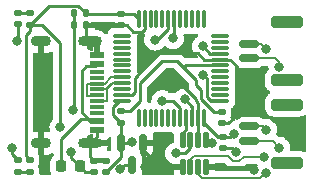
<source format=gbr>
%TF.GenerationSoftware,KiCad,Pcbnew,(6.0.9)*%
%TF.CreationDate,2022-11-10T16:14:41+08:00*%
%TF.ProjectId,usb2can_pcb,75736232-6361-46e5-9f70-63622e6b6963,rev?*%
%TF.SameCoordinates,Original*%
%TF.FileFunction,Copper,L1,Top*%
%TF.FilePolarity,Positive*%
%FSLAX46Y46*%
G04 Gerber Fmt 4.6, Leading zero omitted, Abs format (unit mm)*
G04 Created by KiCad (PCBNEW (6.0.9)) date 2022-11-10 16:14:41*
%MOMM*%
%LPD*%
G01*
G04 APERTURE LIST*
G04 Aperture macros list*
%AMRoundRect*
0 Rectangle with rounded corners*
0 $1 Rounding radius*
0 $2 $3 $4 $5 $6 $7 $8 $9 X,Y pos of 4 corners*
0 Add a 4 corners polygon primitive as box body*
4,1,4,$2,$3,$4,$5,$6,$7,$8,$9,$2,$3,0*
0 Add four circle primitives for the rounded corners*
1,1,$1+$1,$2,$3*
1,1,$1+$1,$4,$5*
1,1,$1+$1,$6,$7*
1,1,$1+$1,$8,$9*
0 Add four rect primitives between the rounded corners*
20,1,$1+$1,$2,$3,$4,$5,0*
20,1,$1+$1,$4,$5,$6,$7,0*
20,1,$1+$1,$6,$7,$8,$9,0*
20,1,$1+$1,$8,$9,$2,$3,0*%
G04 Aperture macros list end*
%TA.AperFunction,SMDPad,CuDef*%
%ADD10RoundRect,0.135000X-0.135000X-0.185000X0.135000X-0.185000X0.135000X0.185000X-0.135000X0.185000X0*%
%TD*%
%TA.AperFunction,SMDPad,CuDef*%
%ADD11RoundRect,0.140000X0.170000X-0.140000X0.170000X0.140000X-0.170000X0.140000X-0.170000X-0.140000X0*%
%TD*%
%TA.AperFunction,SMDPad,CuDef*%
%ADD12R,1.160000X0.600000*%
%TD*%
%TA.AperFunction,SMDPad,CuDef*%
%ADD13R,1.160000X0.300000*%
%TD*%
%TA.AperFunction,ComponentPad*%
%ADD14O,2.000000X0.900000*%
%TD*%
%TA.AperFunction,ComponentPad*%
%ADD15O,1.700000X0.900000*%
%TD*%
%TA.AperFunction,SMDPad,CuDef*%
%ADD16RoundRect,0.150000X0.700000X-0.150000X0.700000X0.150000X-0.700000X0.150000X-0.700000X-0.150000X0*%
%TD*%
%TA.AperFunction,SMDPad,CuDef*%
%ADD17RoundRect,0.250000X1.100000X-0.250000X1.100000X0.250000X-1.100000X0.250000X-1.100000X-0.250000X0*%
%TD*%
%TA.AperFunction,SMDPad,CuDef*%
%ADD18RoundRect,0.075000X0.662500X0.075000X-0.662500X0.075000X-0.662500X-0.075000X0.662500X-0.075000X0*%
%TD*%
%TA.AperFunction,SMDPad,CuDef*%
%ADD19RoundRect,0.075000X0.075000X0.662500X-0.075000X0.662500X-0.075000X-0.662500X0.075000X-0.662500X0*%
%TD*%
%TA.AperFunction,SMDPad,CuDef*%
%ADD20RoundRect,0.218750X0.218750X0.256250X-0.218750X0.256250X-0.218750X-0.256250X0.218750X-0.256250X0*%
%TD*%
%TA.AperFunction,SMDPad,CuDef*%
%ADD21RoundRect,0.150000X-0.150000X0.587500X-0.150000X-0.587500X0.150000X-0.587500X0.150000X0.587500X0*%
%TD*%
%TA.AperFunction,SMDPad,CuDef*%
%ADD22RoundRect,0.140000X-0.170000X0.140000X-0.170000X-0.140000X0.170000X-0.140000X0.170000X0.140000X0*%
%TD*%
%TA.AperFunction,SMDPad,CuDef*%
%ADD23RoundRect,0.147500X-0.172500X0.147500X-0.172500X-0.147500X0.172500X-0.147500X0.172500X0.147500X0*%
%TD*%
%TA.AperFunction,SMDPad,CuDef*%
%ADD24RoundRect,0.147500X0.172500X-0.147500X0.172500X0.147500X-0.172500X0.147500X-0.172500X-0.147500X0*%
%TD*%
%TA.AperFunction,SMDPad,CuDef*%
%ADD25RoundRect,0.135000X0.185000X-0.135000X0.185000X0.135000X-0.185000X0.135000X-0.185000X-0.135000X0*%
%TD*%
%TA.AperFunction,SMDPad,CuDef*%
%ADD26RoundRect,0.125000X-0.125000X0.537500X-0.125000X-0.537500X0.125000X-0.537500X0.125000X0.537500X0*%
%TD*%
%TA.AperFunction,SMDPad,CuDef*%
%ADD27RoundRect,0.135000X0.135000X0.185000X-0.135000X0.185000X-0.135000X-0.185000X0.135000X-0.185000X0*%
%TD*%
%TA.AperFunction,SMDPad,CuDef*%
%ADD28RoundRect,0.135000X-0.185000X0.135000X-0.185000X-0.135000X0.185000X-0.135000X0.185000X0.135000X0*%
%TD*%
%TA.AperFunction,ViaPad*%
%ADD29C,0.800000*%
%TD*%
%TA.AperFunction,Conductor*%
%ADD30C,0.250000*%
%TD*%
%TA.AperFunction,Conductor*%
%ADD31C,0.200000*%
%TD*%
G04 APERTURE END LIST*
D10*
%TO.P,R3,1*%
%TO.N,/BOOT0*%
X45057600Y-54965600D03*
%TO.P,R3,2*%
%TO.N,GND*%
X46077600Y-54965600D03*
%TD*%
D11*
%TO.P,C3,1*%
%TO.N,+3.3V*%
X47752000Y-67434400D03*
%TO.P,C3,2*%
%TO.N,GND*%
X47752000Y-66474400D03*
%TD*%
D12*
%TO.P,J1,A1,GND*%
%TO.N,GND*%
X47010800Y-57506000D03*
%TO.P,J1,A4,VBUS*%
%TO.N,+5V*%
X47010800Y-58306000D03*
D13*
%TO.P,J1,A5,CC1*%
%TO.N,unconnected-(J1-PadA5)*%
X47010800Y-59456000D03*
%TO.P,J1,A6,D+*%
%TO.N,/USB_D+*%
X47010800Y-60456000D03*
%TO.P,J1,A7,D-*%
%TO.N,/USB_D-*%
X47010800Y-60956000D03*
%TO.P,J1,A8,SBU1*%
%TO.N,unconnected-(J1-PadA8)*%
X47010800Y-61956000D03*
D12*
%TO.P,J1,A9,VBUS*%
%TO.N,+5V*%
X47010800Y-63106000D03*
%TO.P,J1,A12,GND*%
%TO.N,GND*%
X47010800Y-63906000D03*
%TO.P,J1,B1,GND*%
X47010800Y-63906000D03*
%TO.P,J1,B4,VBUS*%
%TO.N,+5V*%
X47010800Y-63106000D03*
D13*
%TO.P,J1,B5,CC2*%
%TO.N,unconnected-(J1-PadB5)*%
X47010800Y-62456000D03*
%TO.P,J1,B6,D+*%
%TO.N,/USB_D+*%
X47010800Y-61456000D03*
%TO.P,J1,B7,D-*%
%TO.N,/USB_D-*%
X47010800Y-59956000D03*
%TO.P,J1,B8,SBU2*%
%TO.N,unconnected-(J1-PadB8)*%
X47010800Y-58956000D03*
D12*
%TO.P,J1,B9,VBUS*%
%TO.N,+5V*%
X47010800Y-58306000D03*
%TO.P,J1,B12,GND*%
%TO.N,GND*%
X47010800Y-57506000D03*
D14*
%TO.P,J1,S1,SHIELD*%
X46430800Y-56386000D03*
D15*
X42260800Y-65026000D03*
D14*
X46430800Y-65026000D03*
D15*
X42260800Y-56386000D03*
%TD*%
D16*
%TO.P,J2,1,Pin_1*%
%TO.N,/CAN-*%
X59872000Y-64836200D03*
%TO.P,J2,2,Pin_2*%
%TO.N,/CAN+*%
X59872000Y-63586200D03*
D17*
%TO.P,J2,MP*%
%TO.N,N/C*%
X63072000Y-66686200D03*
X63072000Y-61736200D03*
%TD*%
D18*
%TO.P,U2,1,VBAT*%
%TO.N,+3.3V*%
X57451700Y-61424000D03*
%TO.P,U2,2,PC13*%
%TO.N,unconnected-(U2-Pad2)*%
X57451700Y-60924000D03*
%TO.P,U2,3,PC14*%
%TO.N,unconnected-(U2-Pad3)*%
X57451700Y-60424000D03*
%TO.P,U2,4,PC15*%
%TO.N,unconnected-(U2-Pad4)*%
X57451700Y-59924000D03*
%TO.P,U2,5,PF0*%
%TO.N,unconnected-(U2-Pad5)*%
X57451700Y-59424000D03*
%TO.P,U2,6,PF1*%
%TO.N,unconnected-(U2-Pad6)*%
X57451700Y-58924000D03*
%TO.P,U2,7,NRST*%
%TO.N,/NRST*%
X57451700Y-58424000D03*
%TO.P,U2,8,VSSA*%
%TO.N,GND*%
X57451700Y-57924000D03*
%TO.P,U2,9,VDDA*%
%TO.N,+3.3V*%
X57451700Y-57424000D03*
%TO.P,U2,10,PA0*%
%TO.N,unconnected-(U2-Pad10)*%
X57451700Y-56924000D03*
%TO.P,U2,11,PA1*%
%TO.N,unconnected-(U2-Pad11)*%
X57451700Y-56424000D03*
%TO.P,U2,12,PA2*%
%TO.N,unconnected-(U2-Pad12)*%
X57451700Y-55924000D03*
D19*
%TO.P,U2,13,PA3*%
%TO.N,unconnected-(U2-Pad13)*%
X56039200Y-54511500D03*
%TO.P,U2,14,PA4*%
%TO.N,unconnected-(U2-Pad14)*%
X55539200Y-54511500D03*
%TO.P,U2,15,PA5*%
%TO.N,unconnected-(U2-Pad15)*%
X55039200Y-54511500D03*
%TO.P,U2,16,PA6*%
%TO.N,unconnected-(U2-Pad16)*%
X54539200Y-54511500D03*
%TO.P,U2,17,PA7*%
%TO.N,unconnected-(U2-Pad17)*%
X54039200Y-54511500D03*
%TO.P,U2,18,PB0*%
%TO.N,/LEDRX*%
X53539200Y-54511500D03*
%TO.P,U2,19,PB1*%
%TO.N,/LEDTX*%
X53039200Y-54511500D03*
%TO.P,U2,20,PB2*%
%TO.N,unconnected-(U2-Pad20)*%
X52539200Y-54511500D03*
%TO.P,U2,21,PB10*%
%TO.N,unconnected-(U2-Pad21)*%
X52039200Y-54511500D03*
%TO.P,U2,22,PB11*%
%TO.N,unconnected-(U2-Pad22)*%
X51539200Y-54511500D03*
%TO.P,U2,23,VSS*%
%TO.N,GND*%
X51039200Y-54511500D03*
%TO.P,U2,24,VDD*%
%TO.N,+3.3V*%
X50539200Y-54511500D03*
D18*
%TO.P,U2,25,PB12*%
%TO.N,unconnected-(U2-Pad25)*%
X49126700Y-55924000D03*
%TO.P,U2,26,PB13*%
%TO.N,unconnected-(U2-Pad26)*%
X49126700Y-56424000D03*
%TO.P,U2,27,PB14*%
%TO.N,unconnected-(U2-Pad27)*%
X49126700Y-56924000D03*
%TO.P,U2,28,PB15*%
%TO.N,unconnected-(U2-Pad28)*%
X49126700Y-57424000D03*
%TO.P,U2,29,PA8*%
%TO.N,unconnected-(U2-Pad29)*%
X49126700Y-57924000D03*
%TO.P,U2,30,PA9*%
%TO.N,unconnected-(U2-Pad30)*%
X49126700Y-58424000D03*
%TO.P,U2,31,PA10*%
%TO.N,unconnected-(U2-Pad31)*%
X49126700Y-58924000D03*
%TO.P,U2,32,PA11*%
%TO.N,/USB_D-*%
X49126700Y-59424000D03*
%TO.P,U2,33,PA12*%
%TO.N,/USB_D+*%
X49126700Y-59924000D03*
%TO.P,U2,34,PA13*%
%TO.N,unconnected-(U2-Pad34)*%
X49126700Y-60424000D03*
%TO.P,U2,35,VSS*%
%TO.N,GND*%
X49126700Y-60924000D03*
%TO.P,U2,36,VDDIO2*%
%TO.N,+3.3V*%
X49126700Y-61424000D03*
D19*
%TO.P,U2,37,PA14*%
%TO.N,unconnected-(U2-Pad37)*%
X50539200Y-62836500D03*
%TO.P,U2,38,PA15*%
%TO.N,unconnected-(U2-Pad38)*%
X51039200Y-62836500D03*
%TO.P,U2,39,PB3*%
%TO.N,unconnected-(U2-Pad39)*%
X51539200Y-62836500D03*
%TO.P,U2,40,PB4*%
%TO.N,unconnected-(U2-Pad40)*%
X52039200Y-62836500D03*
%TO.P,U2,41,PB5*%
%TO.N,unconnected-(U2-Pad41)*%
X52539200Y-62836500D03*
%TO.P,U2,42,PB6*%
%TO.N,unconnected-(U2-Pad42)*%
X53039200Y-62836500D03*
%TO.P,U2,43,PB7*%
%TO.N,unconnected-(U2-Pad43)*%
X53539200Y-62836500D03*
%TO.P,U2,44,BOOT0*%
%TO.N,/BOOT0*%
X54039200Y-62836500D03*
%TO.P,U2,45,PB8*%
%TO.N,/CAN_RX*%
X54539200Y-62836500D03*
%TO.P,U2,46,PB9*%
%TO.N,/CAN_TX*%
X55039200Y-62836500D03*
%TO.P,U2,47,VSS*%
%TO.N,GND*%
X55539200Y-62836500D03*
%TO.P,U2,48,VDD*%
%TO.N,+3.3V*%
X56039200Y-62836500D03*
%TD*%
D20*
%TO.P,F1,1*%
%TO.N,Net-(C2-Pad2)*%
X45542300Y-66954400D03*
%TO.P,F1,2*%
%TO.N,+5V*%
X43967300Y-66954400D03*
%TD*%
D21*
%TO.P,U1,1,GND*%
%TO.N,GND*%
X50937200Y-64950100D03*
%TO.P,U1,2,VO*%
%TO.N,+3.3V*%
X49037200Y-64950100D03*
%TO.P,U1,3,VI*%
%TO.N,Net-(C2-Pad2)*%
X49987200Y-66825100D03*
%TD*%
D22*
%TO.P,C1,1*%
%TO.N,+3.3V*%
X49022000Y-54079200D03*
%TO.P,C1,2*%
%TO.N,GND*%
X49022000Y-55039200D03*
%TD*%
D16*
%TO.P,J3,1,Pin_1*%
%TO.N,/CAN-*%
X59872000Y-57825800D03*
%TO.P,J3,2,Pin_2*%
%TO.N,/CAN+*%
X59872000Y-56575800D03*
D17*
%TO.P,J3,MP*%
%TO.N,N/C*%
X63072000Y-54725800D03*
X63072000Y-59675800D03*
%TD*%
D22*
%TO.P,C5,1*%
%TO.N,+3.3V*%
X57708800Y-64493200D03*
%TO.P,C5,2*%
%TO.N,GND*%
X57708800Y-65453200D03*
%TD*%
D23*
%TO.P,D2,1,K*%
%TO.N,/LEDTX*%
X40335200Y-66469400D03*
%TO.P,D2,2,A*%
%TO.N,Net-(D2-Pad2)*%
X40335200Y-67439400D03*
%TD*%
D24*
%TO.P,D1,1,K*%
%TO.N,/LEDRX*%
X40335200Y-54942600D03*
%TO.P,D1,2,A*%
%TO.N,Net-(D1-Pad2)*%
X40335200Y-53972600D03*
%TD*%
D22*
%TO.P,C2,1*%
%TO.N,GND*%
X46786800Y-66474400D03*
%TO.P,C2,2*%
%TO.N,Net-(C2-Pad2)*%
X46786800Y-67434400D03*
%TD*%
D25*
%TO.P,R4,1*%
%TO.N,+3.3V*%
X41300400Y-54967600D03*
%TO.P,R4,2*%
%TO.N,Net-(D1-Pad2)*%
X41300400Y-53947600D03*
%TD*%
D26*
%TO.P,U3,1,TXD*%
%TO.N,/CAN_TX*%
X56194600Y-64750100D03*
%TO.P,U3,2,GND*%
%TO.N,GND*%
X55544600Y-64750100D03*
%TO.P,U3,3,VDD*%
%TO.N,+3.3V*%
X54894600Y-64750100D03*
%TO.P,U3,4,RXD*%
%TO.N,/CAN_RX*%
X54244600Y-64750100D03*
%TO.P,U3,5,SHDN*%
%TO.N,GND*%
X54244600Y-67025100D03*
%TO.P,U3,6,CANL*%
%TO.N,/CAN-*%
X54894600Y-67025100D03*
%TO.P,U3,7,CANH*%
%TO.N,/CAN+*%
X55544600Y-67025100D03*
%TO.P,U3,8,RS*%
%TO.N,GND*%
X56194600Y-67025100D03*
%TD*%
D27*
%TO.P,R1,1*%
%TO.N,+3.3V*%
X46077600Y-54000400D03*
%TO.P,R1,2*%
%TO.N,/BOOT0*%
X45057600Y-54000400D03*
%TD*%
D28*
%TO.P,R5,1*%
%TO.N,+3.3V*%
X41300400Y-66444400D03*
%TO.P,R5,2*%
%TO.N,Net-(D2-Pad2)*%
X41300400Y-67464400D03*
%TD*%
D22*
%TO.P,C4,1*%
%TO.N,/NRST*%
X57556400Y-62331600D03*
%TO.P,C4,2*%
%TO.N,GND*%
X57556400Y-63291600D03*
%TD*%
D25*
%TO.P,R2,1*%
%TO.N,+3.3V*%
X49022000Y-63298800D03*
%TO.P,R2,2*%
%TO.N,/NRST*%
X49022000Y-62278800D03*
%TD*%
D29*
%TO.N,+3.3V*%
X58586113Y-64203626D03*
X43891200Y-63652400D03*
X56013357Y-59232586D03*
X53696160Y-65875477D03*
X49987200Y-64922400D03*
X55958468Y-56787592D03*
%TO.N,GND*%
X58775600Y-65786000D03*
X54203600Y-60008100D03*
X60299600Y-67247500D03*
X51054000Y-67056000D03*
X58826400Y-62585600D03*
%TO.N,Net-(C2-Pad2)*%
X48990704Y-67227904D03*
X44805600Y-65786000D03*
%TO.N,/LEDRX*%
X53441600Y-56134000D03*
X40230356Y-56336124D03*
%TO.N,/LEDTX*%
X39827200Y-65379600D03*
X51917600Y-56248900D03*
%TO.N,/CAN+*%
X61315600Y-67513200D03*
X61315600Y-57048400D03*
X61315600Y-63855600D03*
%TO.N,/CAN-*%
X62433200Y-65379600D03*
X61174592Y-66143299D03*
X62433200Y-58572400D03*
%TO.N,/BOOT0*%
X44981300Y-62164927D03*
X52527200Y-61417200D03*
%TO.N,/CAN_TX*%
X54427901Y-61294499D03*
X56763469Y-65001667D03*
%TD*%
D30*
%TO.N,+3.3V*%
X56286400Y-59505629D02*
X56286400Y-61061885D01*
X49022000Y-54079200D02*
X46207200Y-54079200D01*
X57708800Y-64493200D02*
X58296539Y-64493200D01*
X42338416Y-54967600D02*
X43891200Y-56520384D01*
X41300400Y-54967600D02*
X42338416Y-54967600D01*
X42912600Y-53355400D02*
X45432600Y-53355400D01*
X49022000Y-64934900D02*
X49037200Y-64950100D01*
X57708800Y-64493200D02*
X57279600Y-64493200D01*
X49037200Y-66156809D02*
X49037200Y-64950100D01*
X40954856Y-55856172D02*
X40954856Y-66098856D01*
X49022000Y-54079200D02*
X50106900Y-54079200D01*
X54894600Y-65398996D02*
X54418119Y-65875477D01*
X56039200Y-63252800D02*
X56039200Y-62836500D01*
X57451700Y-57424000D02*
X56594876Y-57424000D01*
X48114609Y-67079400D02*
X49037200Y-66156809D01*
X57279600Y-64493200D02*
X56039200Y-63252800D01*
X41300400Y-54967600D02*
X41300400Y-55510628D01*
X41300400Y-54967600D02*
X42912600Y-53355400D01*
X50106900Y-54079200D02*
X50539200Y-54511500D01*
X49126700Y-61424000D02*
X48906262Y-61424000D01*
X45432600Y-53355400D02*
X46077600Y-54000400D01*
X56286400Y-61061885D02*
X56648515Y-61424000D01*
X48377000Y-62653800D02*
X49022000Y-63298800D01*
X56648515Y-61424000D02*
X57451700Y-61424000D01*
X49037200Y-64950100D02*
X49959500Y-64950100D01*
X48906262Y-61424000D02*
X48377000Y-61953262D01*
X43891200Y-56520384D02*
X43891200Y-63652400D01*
X56594876Y-57424000D02*
X55958468Y-56787592D01*
X58296539Y-64493200D02*
X58586113Y-64203626D01*
X56013357Y-59232586D02*
X56286400Y-59505629D01*
X40954856Y-66098856D02*
X41300400Y-66444400D01*
X49959500Y-64950100D02*
X49987200Y-64922400D01*
X41300400Y-55510628D02*
X40954856Y-55856172D01*
X54894600Y-64750100D02*
X54894600Y-65398996D01*
X48377000Y-61953262D02*
X48377000Y-62653800D01*
X46207200Y-54079200D02*
X46077600Y-53949600D01*
X47752000Y-67434400D02*
X48107000Y-67079400D01*
X48107000Y-67079400D02*
X48114609Y-67079400D01*
X54418119Y-65875477D02*
X53696160Y-65875477D01*
X49022000Y-63298800D02*
X49022000Y-64934900D01*
%TO.N,GND*%
X57561600Y-63296800D02*
X57556400Y-63291600D01*
X49929885Y-60924000D02*
X50189200Y-60664685D01*
X56194600Y-67025100D02*
X60077200Y-67025100D01*
X54203600Y-60008100D02*
X54203600Y-60045600D01*
X55386400Y-61228400D02*
X55386400Y-61434677D01*
X46430800Y-66118400D02*
X46786800Y-66474400D01*
X58442800Y-65453200D02*
X58775600Y-65786000D01*
X58279600Y-57924000D02*
X58826400Y-58470800D01*
X50937200Y-66939200D02*
X51054000Y-67056000D01*
X47752000Y-66474400D02*
X46786800Y-66474400D01*
X49126700Y-60924000D02*
X49929885Y-60924000D01*
X50937200Y-65590700D02*
X52371600Y-67025100D01*
X50937200Y-64950100D02*
X50937200Y-66939200D01*
X50779885Y-55574000D02*
X50087600Y-55574000D01*
X60077200Y-67025100D02*
X60299600Y-67247500D01*
X50189200Y-59488000D02*
X52273200Y-57404000D01*
X55549571Y-57404000D02*
X56069571Y-57924000D01*
X55386400Y-61434677D02*
X55539200Y-61587477D01*
X49552800Y-55039200D02*
X49022000Y-55039200D01*
X47010800Y-64446000D02*
X46430800Y-65026000D01*
X46077600Y-56032800D02*
X46430800Y-56386000D01*
X57708800Y-65453200D02*
X58442800Y-65453200D01*
X52371600Y-67025100D02*
X54244600Y-67025100D01*
X56069571Y-57924000D02*
X57451700Y-57924000D01*
X51039200Y-55314685D02*
X50779885Y-55574000D01*
X47010800Y-56966000D02*
X46430800Y-56386000D01*
X46430800Y-65026000D02*
X46430800Y-66118400D01*
X48897600Y-54914800D02*
X49022000Y-55039200D01*
X50087600Y-55574000D02*
X49552800Y-55039200D01*
X55539200Y-64744700D02*
X55544600Y-64750100D01*
X58115200Y-63296800D02*
X57561600Y-63296800D01*
X46077600Y-54965600D02*
X46077600Y-56032800D01*
X55539200Y-62836500D02*
X55539200Y-64744700D01*
X47010800Y-63906000D02*
X47010800Y-64446000D01*
X58826400Y-62585600D02*
X58115200Y-63296800D01*
X51039200Y-54511500D02*
X51039200Y-55314685D01*
X57451700Y-57924000D02*
X58279600Y-57924000D01*
X58826400Y-58470800D02*
X58826400Y-62585600D01*
X47010800Y-57506000D02*
X47010800Y-56966000D01*
X54203600Y-60045600D02*
X55386400Y-61228400D01*
X55539200Y-61587477D02*
X55539200Y-62836500D01*
X50189200Y-60664685D02*
X50189200Y-59488000D01*
X46077600Y-54914800D02*
X48897600Y-54914800D01*
X50937200Y-64950100D02*
X50937200Y-65590700D01*
X52273200Y-57404000D02*
X55549571Y-57404000D01*
%TO.N,Net-(C2-Pad2)*%
X44805600Y-65786000D02*
X44805600Y-66217700D01*
X49987200Y-66825100D02*
X49393508Y-66825100D01*
X45542300Y-66954400D02*
X46022300Y-67434400D01*
X44805600Y-66217700D02*
X45542300Y-66954400D01*
X49393508Y-66825100D02*
X48990704Y-67227904D01*
X46022300Y-67434400D02*
X46786800Y-67434400D01*
%TO.N,/NRST*%
X53797200Y-58013600D02*
X54406800Y-58623200D01*
X52527200Y-58013600D02*
X53797200Y-58013600D01*
X54504400Y-58424000D02*
X54406800Y-58521600D01*
X57451700Y-58424000D02*
X54504400Y-58424000D01*
X54406800Y-58521600D02*
X54406800Y-58623200D01*
X50639200Y-59901600D02*
X52527200Y-58013600D01*
X55836400Y-61248281D02*
X56919719Y-62331600D01*
X54406800Y-58623200D02*
X55397031Y-59613431D01*
X50639200Y-61425600D02*
X50639200Y-59901600D01*
X55836400Y-60510000D02*
X55836400Y-61248281D01*
X49022000Y-62278800D02*
X49786000Y-62278800D01*
X55397031Y-60070631D02*
X55836400Y-60510000D01*
X56919719Y-62331600D02*
X57556400Y-62331600D01*
X49786000Y-62278800D02*
X50639200Y-61425600D01*
X55397031Y-59613431D02*
X55397031Y-60070631D01*
%TO.N,/LEDRX*%
X40335200Y-56231280D02*
X40335200Y-54942600D01*
X53539200Y-56036400D02*
X53539200Y-54511500D01*
X40230356Y-56336124D02*
X40335200Y-56231280D01*
X53441600Y-56134000D02*
X53539200Y-56036400D01*
%TO.N,Net-(D1-Pad2)*%
X41275400Y-53972600D02*
X41300400Y-53947600D01*
X40335200Y-53972600D02*
X41275400Y-53972600D01*
%TO.N,/LEDTX*%
X53039200Y-55314685D02*
X52219885Y-56134000D01*
X51917600Y-56134000D02*
X51917600Y-56248900D01*
X39827200Y-65379600D02*
X39827200Y-65961400D01*
X53039200Y-54511500D02*
X53039200Y-55314685D01*
X39827200Y-65961400D02*
X40335200Y-66469400D01*
X52219885Y-56134000D02*
X51917600Y-56134000D01*
%TO.N,Net-(D2-Pad2)*%
X40360200Y-67464400D02*
X40335200Y-67439400D01*
X41300400Y-67464400D02*
X40360200Y-67464400D01*
%TO.N,+5V*%
X45705800Y-62345800D02*
X45705800Y-58881000D01*
X46230395Y-62920999D02*
X45671205Y-62920999D01*
X45705800Y-58881000D02*
X46105800Y-58481000D01*
X46835800Y-58481000D02*
X47010800Y-58306000D01*
X46105800Y-58481000D02*
X46835800Y-58481000D01*
X45705800Y-62396404D02*
X45705800Y-62345800D01*
X46415396Y-63106000D02*
X46230395Y-62920999D01*
X45671205Y-62920999D02*
X43967300Y-64624904D01*
X46415396Y-63106000D02*
X45705800Y-62396404D01*
X43967300Y-64624904D02*
X43967300Y-66954400D01*
X47010800Y-63106000D02*
X46415396Y-63106000D01*
D31*
%TO.N,/USB_D+*%
X47890800Y-61406000D02*
X47840800Y-61456000D01*
X49126700Y-59924000D02*
X48286886Y-59924000D01*
X47890800Y-60392070D02*
X47890800Y-61406000D01*
X47754886Y-60456000D02*
X47010800Y-60456000D01*
X49126700Y-59924000D02*
X48358870Y-59924000D01*
X48358870Y-59924000D02*
X47890800Y-60392070D01*
X48286886Y-59924000D02*
X47754886Y-60456000D01*
X47840800Y-61456000D02*
X47010800Y-61456000D01*
%TO.N,/USB_D-*%
X49126700Y-59424000D02*
X48221200Y-59424000D01*
X46130800Y-61006000D02*
X46960800Y-61006000D01*
X46960800Y-61006000D02*
X47010800Y-60956000D01*
X48221200Y-59424000D02*
X47689200Y-59956000D01*
X46130800Y-60006000D02*
X46130800Y-61006000D01*
X47689200Y-59956000D02*
X47010800Y-59956000D01*
X46180800Y-59956000D02*
X46130800Y-60006000D01*
X47010800Y-59956000D02*
X46180800Y-59956000D01*
%TO.N,/CAN+*%
X61315600Y-63855600D02*
X61046200Y-63586200D01*
X61046200Y-63586200D02*
X59872000Y-63586200D01*
X61315600Y-67513200D02*
X60841200Y-67987600D01*
X55544600Y-67638641D02*
X55544600Y-67025100D01*
X55893559Y-67987600D02*
X55544600Y-67638641D01*
X59887400Y-56591200D02*
X59872000Y-56575800D01*
X60841200Y-67987600D02*
X55893559Y-67987600D01*
X61315600Y-57048400D02*
X60858400Y-56591200D01*
X60858400Y-56591200D02*
X59887400Y-56591200D01*
%TO.N,/CAN-*%
X62433200Y-58166000D02*
X62093000Y-57825800D01*
X62433200Y-58572400D02*
X62433200Y-58166000D01*
X54894600Y-66411559D02*
X54894600Y-67025100D01*
X58075600Y-66062600D02*
X55243559Y-66062600D01*
X61889800Y-64836200D02*
X59872000Y-64836200D01*
X59065550Y-66486000D02*
X58485650Y-66486000D01*
X61174592Y-66143299D02*
X61172893Y-66141600D01*
X62093000Y-57825800D02*
X59872000Y-57825800D01*
X61172893Y-66141600D02*
X59409950Y-66141600D01*
X59409950Y-66141600D02*
X59065550Y-66486000D01*
X55243559Y-66062600D02*
X54894600Y-66411559D01*
X62433200Y-65379600D02*
X61889800Y-64836200D01*
X58485650Y-66486000D02*
X58075600Y-66075950D01*
X58075600Y-66075950D02*
X58075600Y-66062600D01*
D30*
%TO.N,/BOOT0*%
X45057600Y-54965600D02*
X45057600Y-62088627D01*
X45057600Y-62088627D02*
X44981300Y-62164927D01*
X52527200Y-61417200D02*
X53473085Y-61417200D01*
X54039200Y-61983315D02*
X54039200Y-62836500D01*
X45057600Y-53949600D02*
X45057600Y-54914800D01*
X53473085Y-61417200D02*
X54039200Y-61983315D01*
%TO.N,/CAN_RX*%
X54244600Y-64101204D02*
X54244600Y-64750100D01*
X54539200Y-62836500D02*
X54539200Y-63806604D01*
X54539200Y-63806604D02*
X54244600Y-64101204D01*
%TO.N,/CAN_TX*%
X55039200Y-62836500D02*
X55039200Y-61905798D01*
X55039200Y-61905798D02*
X54427901Y-61294499D01*
X56194600Y-64750100D02*
X56511902Y-64750100D01*
X56511902Y-64750100D02*
X56763469Y-65001667D01*
%TD*%
%TA.AperFunction,Conductor*%
%TO.N,GND*%
G36*
X53325883Y-64069325D02*
G01*
X53376546Y-64075995D01*
X53441474Y-64104717D01*
X53480565Y-64163983D01*
X53486100Y-64200917D01*
X53486101Y-64561724D01*
X53486101Y-64892699D01*
X53466099Y-64960820D01*
X53411350Y-65007806D01*
X53245438Y-65081674D01*
X53245436Y-65081675D01*
X53239408Y-65084359D01*
X53084907Y-65196611D01*
X53080486Y-65201521D01*
X53080485Y-65201522D01*
X53006730Y-65283436D01*
X52957120Y-65338533D01*
X52861633Y-65503921D01*
X52802618Y-65685549D01*
X52801928Y-65692110D01*
X52801928Y-65692112D01*
X52790915Y-65796894D01*
X52782656Y-65875477D01*
X52783346Y-65882042D01*
X52801635Y-66056049D01*
X52802618Y-66065405D01*
X52861633Y-66247033D01*
X52957120Y-66412421D01*
X52961538Y-66417328D01*
X52961539Y-66417329D01*
X52977896Y-66435495D01*
X53084907Y-66554343D01*
X53166647Y-66613731D01*
X53211190Y-66646093D01*
X53239408Y-66666595D01*
X53245436Y-66669279D01*
X53245438Y-66669280D01*
X53332419Y-66708006D01*
X53413872Y-66744271D01*
X53441295Y-66750100D01*
X53441653Y-66750176D01*
X53485213Y-66771851D01*
X53500148Y-66775100D01*
X53545665Y-66775100D01*
X53571862Y-66777853D01*
X53594216Y-66782605D01*
X53594221Y-66782605D01*
X53600673Y-66783977D01*
X53791647Y-66783977D01*
X53798099Y-66782605D01*
X53798104Y-66782605D01*
X53820458Y-66777853D01*
X53846655Y-66775100D01*
X54010100Y-66775100D01*
X54078221Y-66795102D01*
X54124714Y-66848758D01*
X54136100Y-66901099D01*
X54136100Y-67149101D01*
X54116099Y-67217220D01*
X54062444Y-67263713D01*
X54010101Y-67275100D01*
X53504716Y-67275100D01*
X53489477Y-67279575D01*
X53488272Y-67280965D01*
X53486601Y-67288648D01*
X53486601Y-67595006D01*
X53466599Y-67663127D01*
X53412943Y-67709620D01*
X53360601Y-67721006D01*
X50901144Y-67721006D01*
X50833023Y-67701004D01*
X50786530Y-67647348D01*
X50776426Y-67577074D01*
X50780147Y-67559854D01*
X50790967Y-67522611D01*
X50790968Y-67522607D01*
X50792762Y-67516431D01*
X50795700Y-67479102D01*
X50795700Y-66174478D01*
X51191200Y-66174478D01*
X51195173Y-66188009D01*
X51203071Y-66189144D01*
X51342990Y-66148493D01*
X51357421Y-66142248D01*
X51486878Y-66065689D01*
X51499304Y-66056049D01*
X51605649Y-65949704D01*
X51615289Y-65937278D01*
X51691848Y-65807821D01*
X51698093Y-65793390D01*
X51740469Y-65647535D01*
X51742770Y-65634933D01*
X51745007Y-65606516D01*
X51745200Y-65601586D01*
X51745200Y-65222215D01*
X51740725Y-65206976D01*
X51739335Y-65205771D01*
X51731652Y-65204100D01*
X51209315Y-65204100D01*
X51194076Y-65208575D01*
X51192871Y-65209965D01*
X51191200Y-65217648D01*
X51191200Y-66174478D01*
X50795700Y-66174478D01*
X50795700Y-66171098D01*
X50793921Y-66148493D01*
X50793267Y-66140179D01*
X50793266Y-66140174D01*
X50792762Y-66133769D01*
X50746345Y-65973999D01*
X50700747Y-65896897D01*
X50683200Y-65832758D01*
X50683200Y-65555511D01*
X50703202Y-65487390D01*
X50715558Y-65471208D01*
X50726240Y-65459344D01*
X50821727Y-65293956D01*
X50880742Y-65112328D01*
X50900704Y-64922400D01*
X50891546Y-64835269D01*
X50904318Y-64765433D01*
X50952820Y-64713586D01*
X51016856Y-64696100D01*
X51727084Y-64696100D01*
X51742323Y-64691625D01*
X51743528Y-64690235D01*
X51745199Y-64682552D01*
X51745199Y-64298617D01*
X51745005Y-64293680D01*
X51742770Y-64265264D01*
X51740470Y-64252669D01*
X51735510Y-64235598D01*
X51735712Y-64164602D01*
X51774266Y-64104985D01*
X51838930Y-64075676D01*
X51872953Y-64075522D01*
X51921869Y-64081962D01*
X51921870Y-64081962D01*
X51925956Y-64082500D01*
X52152444Y-64082500D01*
X52156530Y-64081962D01*
X52156531Y-64081962D01*
X52266524Y-64067481D01*
X52266727Y-64069026D01*
X52311673Y-64069026D01*
X52311876Y-64067481D01*
X52421869Y-64081962D01*
X52421870Y-64081962D01*
X52425956Y-64082500D01*
X52652444Y-64082500D01*
X52656530Y-64081962D01*
X52656531Y-64081962D01*
X52766524Y-64067481D01*
X52766727Y-64069026D01*
X52811673Y-64069026D01*
X52811876Y-64067481D01*
X52921869Y-64081962D01*
X52921870Y-64081962D01*
X52925956Y-64082500D01*
X53152444Y-64082500D01*
X53156530Y-64081962D01*
X53156531Y-64081962D01*
X53266524Y-64067481D01*
X53266727Y-64069026D01*
X53311673Y-64069026D01*
X53311876Y-64067481D01*
X53325883Y-64069325D01*
G37*
%TD.AperFunction*%
%TA.AperFunction,Conductor*%
G36*
X42456921Y-56152002D02*
G01*
X42503414Y-56205658D01*
X42514800Y-56258000D01*
X42514800Y-57325885D01*
X42519275Y-57341124D01*
X42520665Y-57342329D01*
X42528348Y-57344000D01*
X42706247Y-57344000D01*
X42712622Y-57343677D01*
X42848077Y-57329918D01*
X42860517Y-57327364D01*
X43034044Y-57272984D01*
X43045729Y-57267976D01*
X43070615Y-57254182D01*
X43139892Y-57238652D01*
X43206568Y-57263040D01*
X43249474Y-57319605D01*
X43257700Y-57364385D01*
X43257700Y-62949876D01*
X43237698Y-63017997D01*
X43225342Y-63034179D01*
X43152160Y-63115456D01*
X43056673Y-63280844D01*
X42997658Y-63462472D01*
X42977696Y-63652400D01*
X42978386Y-63658965D01*
X42992502Y-63793268D01*
X42997658Y-63842328D01*
X43006062Y-63868192D01*
X43026472Y-63931009D01*
X43028499Y-64001977D01*
X42991837Y-64062775D01*
X42928125Y-64094100D01*
X42880872Y-64093282D01*
X42766200Y-64069325D01*
X42756648Y-64068085D01*
X42753416Y-64068000D01*
X42532915Y-64068000D01*
X42517676Y-64072475D01*
X42516471Y-64073865D01*
X42514800Y-64081548D01*
X42514800Y-65965885D01*
X42519275Y-65981124D01*
X42520665Y-65982329D01*
X42528348Y-65984000D01*
X42706247Y-65984000D01*
X42712622Y-65983677D01*
X42848077Y-65969918D01*
X42860517Y-65967364D01*
X43034044Y-65912984D01*
X43045727Y-65907977D01*
X43146713Y-65851999D01*
X43215990Y-65836467D01*
X43282667Y-65860855D01*
X43325574Y-65917420D01*
X43333800Y-65962201D01*
X43333800Y-66032753D01*
X43313798Y-66100874D01*
X43293120Y-66123706D01*
X43293745Y-66124329D01*
X43173936Y-66244347D01*
X43170096Y-66250577D01*
X43170095Y-66250578D01*
X43153020Y-66278279D01*
X43084951Y-66388708D01*
X43031562Y-66549669D01*
X43021300Y-66649828D01*
X43021300Y-67258972D01*
X43031822Y-67360382D01*
X43085492Y-67521249D01*
X43089340Y-67527467D01*
X43089344Y-67527476D01*
X43090102Y-67528700D01*
X43090364Y-67529653D01*
X43092450Y-67534106D01*
X43091688Y-67534463D01*
X43108942Y-67597151D01*
X43087783Y-67664921D01*
X43033343Y-67710494D01*
X42982960Y-67721006D01*
X42254900Y-67721006D01*
X42186779Y-67701004D01*
X42140286Y-67647348D01*
X42128900Y-67595006D01*
X42128899Y-67266884D01*
X42128899Y-67264412D01*
X42126029Y-67227934D01*
X42080669Y-67071804D01*
X42076633Y-67064979D01*
X42076631Y-67064975D01*
X42049169Y-67018539D01*
X42031709Y-66949723D01*
X42049169Y-66890261D01*
X42076631Y-66843825D01*
X42076633Y-66843821D01*
X42080669Y-66836996D01*
X42096073Y-66783977D01*
X42124234Y-66687044D01*
X42126029Y-66680866D01*
X42126564Y-66674080D01*
X42128707Y-66646844D01*
X42128707Y-66646838D01*
X42128900Y-66644389D01*
X42128899Y-66244412D01*
X42126029Y-66207934D01*
X42094538Y-66099542D01*
X42082881Y-66059417D01*
X42082880Y-66059415D01*
X42080669Y-66051804D01*
X42076633Y-66044979D01*
X42076631Y-66044975D01*
X42024347Y-65956567D01*
X42006800Y-65892428D01*
X42006800Y-64086115D01*
X42002325Y-64070876D01*
X42000935Y-64069671D01*
X41993252Y-64068000D01*
X41815353Y-64068000D01*
X41808978Y-64068323D01*
X41727089Y-64076641D01*
X41657296Y-64063625D01*
X41605619Y-64014943D01*
X41588356Y-63951286D01*
X41588356Y-57462820D01*
X41608358Y-57394699D01*
X41662014Y-57348206D01*
X41732288Y-57338102D01*
X41740124Y-57339483D01*
X41755403Y-57342675D01*
X41764952Y-57343915D01*
X41768184Y-57344000D01*
X41988685Y-57344000D01*
X42003924Y-57339525D01*
X42005129Y-57338135D01*
X42006800Y-57330452D01*
X42006800Y-56258000D01*
X42026802Y-56189879D01*
X42080458Y-56143386D01*
X42132800Y-56132000D01*
X42388800Y-56132000D01*
X42456921Y-56152002D01*
G37*
%TD.AperFunction*%
%TA.AperFunction,Conductor*%
G36*
X57826132Y-66691102D02*
G01*
X57847106Y-66708005D01*
X58021335Y-66882234D01*
X58032202Y-66894625D01*
X58051663Y-66919987D01*
X58083575Y-66944474D01*
X58083578Y-66944477D01*
X58125886Y-66976941D01*
X58178775Y-67017524D01*
X58326800Y-67078838D01*
X58445765Y-67094500D01*
X58445770Y-67094500D01*
X58445779Y-67094501D01*
X58477462Y-67098672D01*
X58485650Y-67099750D01*
X58517343Y-67095578D01*
X58533786Y-67094500D01*
X59017414Y-67094500D01*
X59033857Y-67095578D01*
X59065550Y-67099750D01*
X59073739Y-67098672D01*
X59105424Y-67094501D01*
X59105434Y-67094500D01*
X59105435Y-67094500D01*
X59105451Y-67094498D01*
X59211852Y-67080490D01*
X59216213Y-67079916D01*
X59216214Y-67079916D01*
X59224401Y-67078838D01*
X59372426Y-67017524D01*
X59425315Y-66976941D01*
X59467622Y-66944477D01*
X59467625Y-66944474D01*
X59492984Y-66925015D01*
X59499537Y-66919987D01*
X59514029Y-66901101D01*
X59519002Y-66894621D01*
X59529869Y-66882230D01*
X59625094Y-66787005D01*
X59687406Y-66752979D01*
X59714189Y-66750100D01*
X60442352Y-66750100D01*
X60510473Y-66770102D01*
X60535988Y-66791789D01*
X60563339Y-66822165D01*
X60561499Y-66823821D01*
X60592867Y-66874750D01*
X60591507Y-66945734D01*
X60576232Y-66976066D01*
X60576560Y-66976256D01*
X60505261Y-67099750D01*
X60481073Y-67141644D01*
X60433325Y-67288597D01*
X60432207Y-67292037D01*
X60392133Y-67350642D01*
X60326736Y-67378279D01*
X60312374Y-67379100D01*
X57072140Y-67379100D01*
X57004019Y-67359098D01*
X56957526Y-67305442D01*
X56951244Y-67288597D01*
X56948126Y-67277976D01*
X56946735Y-67276771D01*
X56939052Y-67275100D01*
X56429100Y-67275100D01*
X56360979Y-67255098D01*
X56314486Y-67201442D01*
X56303100Y-67149101D01*
X56303099Y-66901101D01*
X56323101Y-66832980D01*
X56376756Y-66786487D01*
X56429099Y-66775100D01*
X56934484Y-66775100D01*
X56949723Y-66770625D01*
X56951891Y-66768124D01*
X56984716Y-66708006D01*
X57047028Y-66673980D01*
X57073813Y-66671100D01*
X57758011Y-66671100D01*
X57826132Y-66691102D01*
G37*
%TD.AperFunction*%
%TA.AperFunction,Conductor*%
G36*
X47841635Y-66240402D02*
G01*
X47888128Y-66294058D01*
X47898232Y-66364332D01*
X47868738Y-66428912D01*
X47862609Y-66435495D01*
X47745515Y-66552589D01*
X47728553Y-66565747D01*
X47728723Y-66565966D01*
X47722463Y-66570822D01*
X47715638Y-66574858D01*
X47710031Y-66580464D01*
X47701315Y-66589180D01*
X47686282Y-66602020D01*
X47671118Y-66613038D01*
X47669891Y-66613929D01*
X47669747Y-66613731D01*
X47610313Y-66643801D01*
X47587410Y-66645900D01*
X47516516Y-66645900D01*
X47514068Y-66646093D01*
X47514060Y-66646093D01*
X47486156Y-66648289D01*
X47486151Y-66648290D01*
X47479746Y-66648794D01*
X47431833Y-66662714D01*
X47330019Y-66692293D01*
X47330016Y-66692294D01*
X47322403Y-66694506D01*
X47318132Y-66697032D01*
X47248982Y-66705569D01*
X47221418Y-66697475D01*
X47216397Y-66694506D01*
X47208784Y-66692294D01*
X47208781Y-66692293D01*
X47106967Y-66662714D01*
X47059054Y-66648794D01*
X47052649Y-66648290D01*
X47052644Y-66648289D01*
X47024740Y-66646093D01*
X47024732Y-66646093D01*
X47022284Y-66645900D01*
X46658800Y-66645900D01*
X46590679Y-66625898D01*
X46544186Y-66572242D01*
X46532800Y-66519900D01*
X46532800Y-66346400D01*
X46552802Y-66278279D01*
X46606458Y-66231786D01*
X46658800Y-66220400D01*
X47773514Y-66220400D01*
X47841635Y-66240402D01*
G37*
%TD.AperFunction*%
%TA.AperFunction,Conductor*%
G36*
X61462507Y-58454302D02*
G01*
X61509000Y-58507958D01*
X61520386Y-58560300D01*
X61520386Y-58565835D01*
X61519696Y-58572400D01*
X61520386Y-58578965D01*
X61535598Y-58723700D01*
X61522826Y-58793538D01*
X61496360Y-58826032D01*
X61497652Y-58827322D01*
X61372695Y-58952497D01*
X61368855Y-58958727D01*
X61368854Y-58958728D01*
X61290365Y-59086061D01*
X61279885Y-59103062D01*
X61224203Y-59270939D01*
X61213500Y-59375400D01*
X61213500Y-59976200D01*
X61213837Y-59979446D01*
X61213837Y-59979450D01*
X61220258Y-60041331D01*
X61224474Y-60081966D01*
X61226655Y-60088502D01*
X61226655Y-60088504D01*
X61246529Y-60148073D01*
X61280450Y-60249746D01*
X61373522Y-60400148D01*
X61498697Y-60525105D01*
X61618069Y-60598687D01*
X61665561Y-60651458D01*
X61676985Y-60721530D01*
X61648711Y-60786653D01*
X61618255Y-60813090D01*
X61517648Y-60875348D01*
X61497652Y-60887722D01*
X61372695Y-61012897D01*
X61279885Y-61163462D01*
X61260803Y-61220994D01*
X61232386Y-61306669D01*
X61224203Y-61331339D01*
X61213500Y-61435800D01*
X61213500Y-62036600D01*
X61213837Y-62039846D01*
X61213837Y-62039850D01*
X61218973Y-62089346D01*
X61224474Y-62142366D01*
X61280450Y-62310146D01*
X61373522Y-62460548D01*
X61498697Y-62585505D01*
X61649262Y-62678315D01*
X61729005Y-62704764D01*
X61810611Y-62731832D01*
X61810613Y-62731832D01*
X61817139Y-62733997D01*
X61823975Y-62734697D01*
X61823978Y-62734698D01*
X61867031Y-62739109D01*
X61921600Y-62744700D01*
X64222400Y-62744700D01*
X64225646Y-62744363D01*
X64225650Y-62744363D01*
X64321308Y-62734438D01*
X64321312Y-62734437D01*
X64328166Y-62733726D01*
X64334702Y-62731545D01*
X64334704Y-62731545D01*
X64466806Y-62687472D01*
X64495946Y-62677750D01*
X64531504Y-62655746D01*
X64599956Y-62636909D01*
X64667725Y-62658071D01*
X64713296Y-62712512D01*
X64723806Y-62762891D01*
X64723806Y-65659603D01*
X64703804Y-65727724D01*
X64650148Y-65774217D01*
X64579874Y-65784321D01*
X64531689Y-65766862D01*
X64500970Y-65747926D01*
X64500967Y-65747925D01*
X64494738Y-65744085D01*
X64401462Y-65713147D01*
X64333389Y-65690568D01*
X64333387Y-65690568D01*
X64326861Y-65688403D01*
X64320025Y-65687703D01*
X64320022Y-65687702D01*
X64275328Y-65683123D01*
X64222400Y-65677700D01*
X63455310Y-65677700D01*
X63387189Y-65657698D01*
X63340696Y-65604042D01*
X63330000Y-65538530D01*
X63346014Y-65386165D01*
X63346704Y-65379600D01*
X63336597Y-65283436D01*
X63327432Y-65196235D01*
X63327432Y-65196233D01*
X63326742Y-65189672D01*
X63267727Y-65008044D01*
X63172240Y-64842656D01*
X63068669Y-64727628D01*
X63048875Y-64705645D01*
X63048874Y-64705644D01*
X63044453Y-64700734D01*
X62945357Y-64628736D01*
X62895294Y-64592363D01*
X62895293Y-64592362D01*
X62889952Y-64588482D01*
X62883924Y-64585798D01*
X62883922Y-64585797D01*
X62721519Y-64513491D01*
X62721518Y-64513491D01*
X62715488Y-64510806D01*
X62622088Y-64490953D01*
X62535144Y-64472472D01*
X62535139Y-64472472D01*
X62528687Y-64471100D01*
X62438782Y-64471100D01*
X62370661Y-64451098D01*
X62338822Y-64421807D01*
X62323787Y-64402213D01*
X62291875Y-64377726D01*
X62291872Y-64377723D01*
X62209901Y-64314824D01*
X62168034Y-64257485D01*
X62163813Y-64186614D01*
X62166773Y-64175926D01*
X62207102Y-64051806D01*
X62209142Y-64045528D01*
X62212239Y-64016068D01*
X62228414Y-63862165D01*
X62229104Y-63855600D01*
X62209142Y-63665672D01*
X62150127Y-63484044D01*
X62137673Y-63462472D01*
X62057941Y-63324374D01*
X62054640Y-63318656D01*
X62012635Y-63272004D01*
X61931275Y-63181645D01*
X61931274Y-63181644D01*
X61926853Y-63176734D01*
X61772352Y-63064482D01*
X61766324Y-63061798D01*
X61766322Y-63061797D01*
X61603919Y-62989491D01*
X61603918Y-62989491D01*
X61597888Y-62986806D01*
X61488605Y-62963577D01*
X61417544Y-62948472D01*
X61417539Y-62948472D01*
X61411087Y-62947100D01*
X61220113Y-62947100D01*
X61213661Y-62948472D01*
X61213656Y-62948472D01*
X61117179Y-62968979D01*
X61046388Y-62963577D01*
X61001887Y-62934827D01*
X60978807Y-62911747D01*
X60971983Y-62907711D01*
X60971980Y-62907709D01*
X60842427Y-62831092D01*
X60842428Y-62831092D01*
X60835601Y-62827055D01*
X60827990Y-62824844D01*
X60827988Y-62824843D01*
X60767989Y-62807412D01*
X60675831Y-62780638D01*
X60669426Y-62780134D01*
X60669421Y-62780133D01*
X60640958Y-62777893D01*
X60640950Y-62777893D01*
X60638502Y-62777700D01*
X59105498Y-62777700D01*
X59103050Y-62777893D01*
X59103042Y-62777893D01*
X59074579Y-62780133D01*
X59074574Y-62780134D01*
X59068169Y-62780638D01*
X58976011Y-62807412D01*
X58916012Y-62824843D01*
X58916010Y-62824844D01*
X58908399Y-62827055D01*
X58901572Y-62831092D01*
X58901573Y-62831092D01*
X58772020Y-62907709D01*
X58772017Y-62907711D01*
X58765193Y-62911747D01*
X58647547Y-63029393D01*
X58605110Y-63101150D01*
X58553220Y-63149600D01*
X58483369Y-63162305D01*
X58417738Y-63135230D01*
X58377164Y-63076970D01*
X58372710Y-63059649D01*
X58369714Y-63043246D01*
X58328043Y-62899816D01*
X58321795Y-62885378D01*
X58316384Y-62876228D01*
X58298926Y-62807412D01*
X58316385Y-62747953D01*
X58322257Y-62738023D01*
X58326294Y-62731197D01*
X58331723Y-62712512D01*
X58370211Y-62580031D01*
X58372006Y-62573854D01*
X58374900Y-62537084D01*
X58374900Y-62126116D01*
X58374592Y-62122202D01*
X58373464Y-62107862D01*
X58388061Y-62038382D01*
X58422372Y-61998017D01*
X58523804Y-61920185D01*
X58530357Y-61915157D01*
X58623886Y-61793267D01*
X58682681Y-61651324D01*
X58697700Y-61537244D01*
X58697700Y-61310756D01*
X58682681Y-61196676D01*
X58684226Y-61196473D01*
X58684226Y-61151527D01*
X58682681Y-61151324D01*
X58697162Y-61041331D01*
X58697162Y-61041330D01*
X58697700Y-61037244D01*
X58697700Y-60810756D01*
X58694398Y-60785671D01*
X58682681Y-60696676D01*
X58684226Y-60696473D01*
X58684226Y-60651527D01*
X58682681Y-60651324D01*
X58697162Y-60541331D01*
X58697162Y-60541330D01*
X58697700Y-60537244D01*
X58697700Y-60310756D01*
X58682681Y-60196676D01*
X58684226Y-60196473D01*
X58684226Y-60151527D01*
X58682681Y-60151324D01*
X58697162Y-60041331D01*
X58697162Y-60041330D01*
X58697700Y-60037244D01*
X58697700Y-59810756D01*
X58682681Y-59696676D01*
X58684226Y-59696473D01*
X58684226Y-59651527D01*
X58682681Y-59651324D01*
X58697162Y-59541331D01*
X58697162Y-59541330D01*
X58697700Y-59537244D01*
X58697700Y-59310756D01*
X58682681Y-59196676D01*
X58684226Y-59196473D01*
X58684226Y-59151527D01*
X58682681Y-59151324D01*
X58697162Y-59041331D01*
X58697162Y-59041330D01*
X58697700Y-59037244D01*
X58697700Y-58810756D01*
X58682681Y-58696676D01*
X58684226Y-58696473D01*
X58684229Y-58641384D01*
X58684985Y-58638563D01*
X58721938Y-58577942D01*
X58785800Y-58546923D01*
X58856294Y-58555354D01*
X58870822Y-58562722D01*
X58908399Y-58584945D01*
X58916010Y-58587156D01*
X58916012Y-58587157D01*
X58968231Y-58602328D01*
X59068169Y-58631362D01*
X59074574Y-58631866D01*
X59074579Y-58631867D01*
X59103042Y-58634107D01*
X59103050Y-58634107D01*
X59105498Y-58634300D01*
X60638502Y-58634300D01*
X60640950Y-58634107D01*
X60640958Y-58634107D01*
X60669421Y-58631867D01*
X60669426Y-58631866D01*
X60675831Y-58631362D01*
X60775769Y-58602328D01*
X60827988Y-58587157D01*
X60827990Y-58587156D01*
X60835601Y-58584945D01*
X60965779Y-58507958D01*
X60971980Y-58504291D01*
X60971983Y-58504289D01*
X60978807Y-58500253D01*
X61007855Y-58471205D01*
X61070167Y-58437179D01*
X61096950Y-58434300D01*
X61394386Y-58434300D01*
X61462507Y-58454302D01*
G37*
%TD.AperFunction*%
%TA.AperFunction,Conductor*%
G36*
X46603243Y-64191386D02*
G01*
X46659930Y-64234131D01*
X46684509Y-64300737D01*
X46684800Y-64309288D01*
X46684800Y-64753885D01*
X46689275Y-64769124D01*
X46690665Y-64770329D01*
X46698348Y-64772000D01*
X47890029Y-64772000D01*
X47903560Y-64768027D01*
X47904437Y-64761925D01*
X47891818Y-64727628D01*
X47887068Y-64656791D01*
X47921369Y-64594630D01*
X47934504Y-64583293D01*
X47946525Y-64574284D01*
X47959085Y-64561724D01*
X48001874Y-64504631D01*
X48058733Y-64462116D01*
X48129552Y-64457090D01*
X48191845Y-64491150D01*
X48225835Y-64553481D01*
X48228700Y-64580196D01*
X48228700Y-65580895D01*
X48208698Y-65649016D01*
X48155042Y-65695509D01*
X48084768Y-65705613D01*
X48067546Y-65701892D01*
X48030357Y-65691087D01*
X48017756Y-65688786D01*
X47989898Y-65686593D01*
X47984969Y-65686400D01*
X47925980Y-65686400D01*
X47857859Y-65666398D01*
X47811366Y-65612742D01*
X47801262Y-65542468D01*
X47812926Y-65504770D01*
X47880529Y-65367383D01*
X47884955Y-65355481D01*
X47900051Y-65297530D01*
X47899617Y-65283436D01*
X47891436Y-65280000D01*
X46302800Y-65280000D01*
X46234679Y-65259998D01*
X46188186Y-65206342D01*
X46176800Y-65154000D01*
X46176800Y-64463010D01*
X46196802Y-64394889D01*
X46250458Y-64348396D01*
X46261357Y-64344021D01*
X46302352Y-64329745D01*
X46360069Y-64293680D01*
X46450202Y-64237359D01*
X46456176Y-64233626D01*
X46470016Y-64219883D01*
X46532445Y-64186075D01*
X46603243Y-64191386D01*
G37*
%TD.AperFunction*%
%TA.AperFunction,Conductor*%
G36*
X53550727Y-58667102D02*
G01*
X53571701Y-58684005D01*
X53916579Y-59028883D01*
X53929419Y-59043916D01*
X53941328Y-59060307D01*
X53947432Y-59065357D01*
X53947437Y-59065362D01*
X53975398Y-59088493D01*
X53984179Y-59096483D01*
X54726627Y-59838932D01*
X54760652Y-59901244D01*
X54763531Y-59928027D01*
X54763531Y-59991864D01*
X54763004Y-60003047D01*
X54761329Y-60010540D01*
X54761578Y-60018466D01*
X54761578Y-60018467D01*
X54763469Y-60078617D01*
X54763531Y-60082576D01*
X54763531Y-60110487D01*
X54764028Y-60114421D01*
X54764028Y-60114422D01*
X54764036Y-60114487D01*
X54764969Y-60126324D01*
X54766358Y-60170520D01*
X54772009Y-60189970D01*
X54776018Y-60209331D01*
X54778557Y-60229428D01*
X54781476Y-60236801D01*
X54781477Y-60236804D01*
X54783186Y-60241122D01*
X54789665Y-60311822D01*
X54756891Y-60374802D01*
X54695271Y-60410065D01*
X54639837Y-60410751D01*
X54529845Y-60387371D01*
X54529840Y-60387371D01*
X54523388Y-60385999D01*
X54332414Y-60385999D01*
X54325962Y-60387371D01*
X54325957Y-60387371D01*
X54241512Y-60405321D01*
X54145613Y-60425705D01*
X54139583Y-60428390D01*
X54139582Y-60428390D01*
X53977179Y-60500696D01*
X53977177Y-60500697D01*
X53971149Y-60503381D01*
X53965808Y-60507261D01*
X53965807Y-60507262D01*
X53915744Y-60543635D01*
X53816648Y-60615633D01*
X53695311Y-60750392D01*
X53634866Y-60787631D01*
X53570342Y-60788123D01*
X53560794Y-60785671D01*
X53560790Y-60785670D01*
X53553115Y-60783700D01*
X53532861Y-60783700D01*
X53513150Y-60782149D01*
X53500971Y-60780220D01*
X53493142Y-60778980D01*
X53485250Y-60779726D01*
X53449124Y-60783141D01*
X53437266Y-60783700D01*
X53235400Y-60783700D01*
X53167279Y-60763698D01*
X53148053Y-60747357D01*
X53147780Y-60747660D01*
X53142868Y-60743237D01*
X53138453Y-60738334D01*
X53018879Y-60651458D01*
X52989294Y-60629963D01*
X52989293Y-60629962D01*
X52983952Y-60626082D01*
X52977924Y-60623398D01*
X52977922Y-60623397D01*
X52815519Y-60551091D01*
X52815518Y-60551091D01*
X52809488Y-60548406D01*
X52699866Y-60525105D01*
X52629144Y-60510072D01*
X52629139Y-60510072D01*
X52622687Y-60508700D01*
X52431713Y-60508700D01*
X52425261Y-60510072D01*
X52425256Y-60510072D01*
X52354534Y-60525105D01*
X52244912Y-60548406D01*
X52238882Y-60551091D01*
X52238881Y-60551091D01*
X52076478Y-60623397D01*
X52076476Y-60623398D01*
X52070448Y-60626082D01*
X52065107Y-60629962D01*
X52065106Y-60629963D01*
X52035521Y-60651458D01*
X51915947Y-60738334D01*
X51911526Y-60743244D01*
X51911525Y-60743245D01*
X51842561Y-60819838D01*
X51788160Y-60880256D01*
X51780858Y-60892904D01*
X51699903Y-61033122D01*
X51692673Y-61045644D01*
X51633658Y-61227272D01*
X51632968Y-61233833D01*
X51632968Y-61233835D01*
X51614386Y-61410635D01*
X51613696Y-61417200D01*
X51614386Y-61423765D01*
X51617283Y-61451330D01*
X51604510Y-61521168D01*
X51556008Y-61573015D01*
X51491973Y-61590500D01*
X51425956Y-61590500D01*
X51418119Y-61591532D01*
X51347971Y-61580593D01*
X51294872Y-61533466D01*
X51275681Y-61465112D01*
X51275995Y-61461413D01*
X51275931Y-61461411D01*
X51276180Y-61453486D01*
X51277420Y-61445657D01*
X51273259Y-61401638D01*
X51272700Y-61389781D01*
X51272700Y-60216194D01*
X51292702Y-60148073D01*
X51309605Y-60127099D01*
X52752699Y-58684005D01*
X52815011Y-58649979D01*
X52841794Y-58647100D01*
X53482606Y-58647100D01*
X53550727Y-58667102D01*
G37*
%TD.AperFunction*%
%TA.AperFunction,Conductor*%
G36*
X51009795Y-55736784D02*
G01*
X51064000Y-55782635D01*
X51084811Y-55850513D01*
X51078654Y-55890946D01*
X51024058Y-56058972D01*
X51023368Y-56065533D01*
X51023368Y-56065535D01*
X51014330Y-56151527D01*
X51004096Y-56248900D01*
X51004786Y-56255465D01*
X51012642Y-56330206D01*
X51024058Y-56438828D01*
X51083073Y-56620456D01*
X51086376Y-56626178D01*
X51086377Y-56626179D01*
X51113987Y-56674000D01*
X51178560Y-56785844D01*
X51182978Y-56790751D01*
X51182979Y-56790752D01*
X51200991Y-56810756D01*
X51306347Y-56927766D01*
X51336392Y-56949595D01*
X51451357Y-57033122D01*
X51460848Y-57040018D01*
X51466876Y-57042702D01*
X51466878Y-57042703D01*
X51575477Y-57091054D01*
X51635312Y-57117694D01*
X51728713Y-57137547D01*
X51815656Y-57156028D01*
X51815661Y-57156028D01*
X51822113Y-57157400D01*
X52013087Y-57157400D01*
X52019539Y-57156028D01*
X52019544Y-57156028D01*
X52106487Y-57137547D01*
X52199888Y-57117694D01*
X52259723Y-57091054D01*
X52368322Y-57042703D01*
X52368324Y-57042702D01*
X52374352Y-57040018D01*
X52383844Y-57033122D01*
X52498808Y-56949595D01*
X52528853Y-56927766D01*
X52637692Y-56806888D01*
X52698138Y-56769648D01*
X52769122Y-56771000D01*
X52820560Y-56804056D01*
X52821023Y-56803541D01*
X52824174Y-56806378D01*
X52824961Y-56806884D01*
X52830347Y-56812866D01*
X52984848Y-56925118D01*
X52990876Y-56927802D01*
X52990878Y-56927803D01*
X53102545Y-56977520D01*
X53159312Y-57002794D01*
X53252712Y-57022647D01*
X53339656Y-57041128D01*
X53339661Y-57041128D01*
X53346113Y-57042500D01*
X53537087Y-57042500D01*
X53543539Y-57041128D01*
X53543544Y-57041128D01*
X53630488Y-57022647D01*
X53723888Y-57002794D01*
X53780655Y-56977520D01*
X53892322Y-56927803D01*
X53892324Y-56927802D01*
X53898352Y-56925118D01*
X54052853Y-56812866D01*
X54125973Y-56731658D01*
X54176221Y-56675852D01*
X54176222Y-56675851D01*
X54180640Y-56670944D01*
X54276127Y-56505556D01*
X54335142Y-56323928D01*
X54336527Y-56310756D01*
X54354414Y-56140565D01*
X54355104Y-56134000D01*
X54344711Y-56035119D01*
X54335832Y-55950635D01*
X54335832Y-55950633D01*
X54335142Y-55944072D01*
X54328112Y-55922436D01*
X54326084Y-55851469D01*
X54362747Y-55790671D01*
X54426459Y-55759345D01*
X54447945Y-55757500D01*
X54652444Y-55757500D01*
X54656530Y-55756962D01*
X54656531Y-55756962D01*
X54766524Y-55742481D01*
X54766727Y-55744026D01*
X54811673Y-55744026D01*
X54811876Y-55742481D01*
X54921869Y-55756962D01*
X54921870Y-55756962D01*
X54925956Y-55757500D01*
X55152444Y-55757500D01*
X55156530Y-55756962D01*
X55156531Y-55756962D01*
X55266524Y-55742481D01*
X55266727Y-55744026D01*
X55311673Y-55744026D01*
X55311876Y-55742481D01*
X55421869Y-55756962D01*
X55421870Y-55756962D01*
X55425956Y-55757500D01*
X55446773Y-55757500D01*
X55514894Y-55777502D01*
X55561387Y-55831158D01*
X55571491Y-55901432D01*
X55541997Y-55966012D01*
X55509774Y-55992619D01*
X55507750Y-55993787D01*
X55501716Y-55996474D01*
X55496374Y-56000356D01*
X55496371Y-56000357D01*
X55448526Y-56035119D01*
X55347215Y-56108726D01*
X55342794Y-56113636D01*
X55342793Y-56113637D01*
X55268025Y-56196676D01*
X55219428Y-56250648D01*
X55123941Y-56416036D01*
X55064926Y-56597664D01*
X55064236Y-56604225D01*
X55064236Y-56604227D01*
X55052501Y-56715879D01*
X55044964Y-56787592D01*
X55045654Y-56794157D01*
X55059701Y-56927803D01*
X55064926Y-56977520D01*
X55123941Y-57159148D01*
X55127244Y-57164870D01*
X55127245Y-57164871D01*
X55151968Y-57207692D01*
X55219428Y-57324536D01*
X55223846Y-57329443D01*
X55223847Y-57329444D01*
X55308734Y-57423721D01*
X55347215Y-57466458D01*
X55459624Y-57548128D01*
X55479493Y-57562564D01*
X55522847Y-57618786D01*
X55528922Y-57689523D01*
X55495790Y-57752314D01*
X55433970Y-57787226D01*
X55405432Y-57790500D01*
X54583167Y-57790500D01*
X54571984Y-57789973D01*
X54564491Y-57788298D01*
X54556566Y-57788547D01*
X54556565Y-57788547D01*
X54548161Y-57788811D01*
X54525248Y-57789532D01*
X54456533Y-57771681D01*
X54432194Y-57752689D01*
X54300852Y-57621347D01*
X54293312Y-57613061D01*
X54289200Y-57606582D01*
X54239548Y-57559956D01*
X54236707Y-57557202D01*
X54216970Y-57537465D01*
X54213773Y-57534985D01*
X54204751Y-57527280D01*
X54191316Y-57514664D01*
X54172521Y-57497014D01*
X54165575Y-57493195D01*
X54165572Y-57493193D01*
X54154766Y-57487252D01*
X54138247Y-57476401D01*
X54130434Y-57470341D01*
X54122241Y-57463986D01*
X54114972Y-57460841D01*
X54114968Y-57460838D01*
X54081663Y-57446426D01*
X54071013Y-57441209D01*
X54032260Y-57419905D01*
X54021628Y-57417175D01*
X54017854Y-57416206D01*
X54012637Y-57414867D01*
X53993934Y-57408463D01*
X53982620Y-57403567D01*
X53982619Y-57403567D01*
X53975345Y-57400419D01*
X53967522Y-57399180D01*
X53967512Y-57399177D01*
X53931676Y-57393501D01*
X53920056Y-57391095D01*
X53884911Y-57382072D01*
X53884910Y-57382072D01*
X53877230Y-57380100D01*
X53856976Y-57380100D01*
X53837265Y-57378549D01*
X53825086Y-57376620D01*
X53817257Y-57375380D01*
X53787986Y-57378147D01*
X53773239Y-57379541D01*
X53761381Y-57380100D01*
X52605967Y-57380100D01*
X52594784Y-57379573D01*
X52587291Y-57377898D01*
X52579365Y-57378147D01*
X52579364Y-57378147D01*
X52519214Y-57380038D01*
X52515255Y-57380100D01*
X52487344Y-57380100D01*
X52483410Y-57380597D01*
X52483409Y-57380597D01*
X52483344Y-57380605D01*
X52471507Y-57381538D01*
X52439690Y-57382538D01*
X52435229Y-57382678D01*
X52427310Y-57382927D01*
X52414023Y-57386787D01*
X52407858Y-57388578D01*
X52388506Y-57392586D01*
X52381435Y-57393480D01*
X52368403Y-57395126D01*
X52361034Y-57398043D01*
X52361032Y-57398044D01*
X52327297Y-57411400D01*
X52316069Y-57415245D01*
X52273607Y-57427582D01*
X52266785Y-57431616D01*
X52266779Y-57431619D01*
X52256168Y-57437894D01*
X52238418Y-57446590D01*
X52226956Y-57451128D01*
X52226951Y-57451131D01*
X52219583Y-57454048D01*
X52202502Y-57466458D01*
X52183825Y-57480027D01*
X52173907Y-57486543D01*
X52162663Y-57493193D01*
X52135837Y-57509058D01*
X52121513Y-57523382D01*
X52106481Y-57536221D01*
X52090093Y-57548128D01*
X52064793Y-57578710D01*
X52061912Y-57582193D01*
X52053922Y-57590973D01*
X50587795Y-59057100D01*
X50525483Y-59091126D01*
X50454668Y-59086061D01*
X50397832Y-59043514D01*
X50373021Y-58976994D01*
X50372700Y-58968005D01*
X50372700Y-58810756D01*
X50357681Y-58696676D01*
X50359226Y-58696473D01*
X50359226Y-58651527D01*
X50357681Y-58651324D01*
X50372162Y-58541331D01*
X50372162Y-58541330D01*
X50372700Y-58537244D01*
X50372700Y-58310756D01*
X50357681Y-58196676D01*
X50359226Y-58196473D01*
X50359226Y-58151527D01*
X50357681Y-58151324D01*
X50372162Y-58041331D01*
X50372162Y-58041330D01*
X50372700Y-58037244D01*
X50372700Y-57810756D01*
X50357681Y-57696676D01*
X50359226Y-57696473D01*
X50359226Y-57651527D01*
X50357681Y-57651324D01*
X50372162Y-57541331D01*
X50372162Y-57541330D01*
X50372700Y-57537244D01*
X50372700Y-57310756D01*
X50357681Y-57196676D01*
X50359226Y-57196473D01*
X50359226Y-57151527D01*
X50357681Y-57151324D01*
X50372162Y-57041331D01*
X50372162Y-57041330D01*
X50372700Y-57037244D01*
X50372700Y-56810756D01*
X50369178Y-56784000D01*
X50357681Y-56696676D01*
X50359226Y-56696473D01*
X50359226Y-56651527D01*
X50357681Y-56651324D01*
X50372162Y-56541331D01*
X50372162Y-56541330D01*
X50372700Y-56537244D01*
X50372700Y-56310756D01*
X50365307Y-56254597D01*
X50357681Y-56196676D01*
X50359226Y-56196473D01*
X50359226Y-56151527D01*
X50357681Y-56151324D01*
X50372162Y-56041331D01*
X50372162Y-56041330D01*
X50372700Y-56037244D01*
X50372700Y-55883500D01*
X50392702Y-55815379D01*
X50446358Y-55768886D01*
X50498700Y-55757500D01*
X50652444Y-55757500D01*
X50656530Y-55756962D01*
X50656531Y-55756962D01*
X50766524Y-55742481D01*
X50766693Y-55743766D01*
X50811773Y-55743765D01*
X50812006Y-55741994D01*
X50871240Y-55749792D01*
X50902459Y-55744924D01*
X50939406Y-55727517D01*
X51009795Y-55736784D01*
G37*
%TD.AperFunction*%
%TA.AperFunction,Conductor*%
G36*
X47206921Y-56678002D02*
G01*
X47253414Y-56731658D01*
X47264800Y-56784000D01*
X47264800Y-57371500D01*
X47244798Y-57439621D01*
X47191142Y-57486114D01*
X47138800Y-57497500D01*
X46778937Y-57497500D01*
X46710816Y-57477498D01*
X46664323Y-57423842D01*
X46654219Y-57353568D01*
X46683713Y-57288988D01*
X46743439Y-57250604D01*
X46753924Y-57247525D01*
X46755129Y-57246135D01*
X46756800Y-57238452D01*
X46756800Y-56784000D01*
X46776802Y-56715879D01*
X46830458Y-56669386D01*
X46882800Y-56658000D01*
X47138800Y-56658000D01*
X47206921Y-56678002D01*
G37*
%TD.AperFunction*%
%TA.AperFunction,Conductor*%
G36*
X46626921Y-56152002D02*
G01*
X46673414Y-56205658D01*
X46684800Y-56258000D01*
X46684800Y-57101162D01*
X46664798Y-57169283D01*
X46611142Y-57215776D01*
X46540868Y-57225880D01*
X46476288Y-57196386D01*
X46470716Y-57191144D01*
X46469956Y-57190524D01*
X46465029Y-57185493D01*
X46312562Y-57087235D01*
X46259704Y-57067996D01*
X46202533Y-57025901D01*
X46177196Y-56959579D01*
X46176800Y-56949595D01*
X46176800Y-56258000D01*
X46196802Y-56189879D01*
X46250458Y-56143386D01*
X46302800Y-56132000D01*
X46558800Y-56132000D01*
X46626921Y-56152002D01*
G37*
%TD.AperFunction*%
%TA.AperFunction,Conductor*%
G36*
X48169072Y-54732702D02*
G01*
X48206754Y-54770276D01*
X48213799Y-54781170D01*
X48222691Y-54785200D01*
X48500621Y-54785200D01*
X48564760Y-54802746D01*
X48592403Y-54819094D01*
X48600014Y-54821305D01*
X48600016Y-54821306D01*
X48650995Y-54836116D01*
X48749746Y-54864806D01*
X48756151Y-54865310D01*
X48756156Y-54865311D01*
X48784060Y-54867507D01*
X48784068Y-54867507D01*
X48786516Y-54867700D01*
X49150000Y-54867700D01*
X49218121Y-54887702D01*
X49264614Y-54941358D01*
X49276000Y-54993700D01*
X49276000Y-55139500D01*
X49255998Y-55207621D01*
X49202342Y-55254114D01*
X49150000Y-55265500D01*
X48425956Y-55265500D01*
X48421870Y-55266038D01*
X48421869Y-55266038D01*
X48415709Y-55266849D01*
X48311876Y-55280519D01*
X48304246Y-55283679D01*
X48296268Y-55285817D01*
X48296119Y-55285259D01*
X48256198Y-55293200D01*
X48228442Y-55293200D01*
X48213203Y-55297675D01*
X48196036Y-55317486D01*
X48169803Y-55339146D01*
X48169932Y-55339314D01*
X48048043Y-55432843D01*
X48043017Y-55439393D01*
X48043016Y-55439394D01*
X48039543Y-55443920D01*
X47954514Y-55554733D01*
X47895719Y-55696676D01*
X47893258Y-55695657D01*
X47863177Y-55745006D01*
X47799316Y-55776028D01*
X47728822Y-55767599D01*
X47686873Y-55738345D01*
X47614386Y-55661692D01*
X47604774Y-55653395D01*
X47455813Y-55549092D01*
X47444719Y-55542892D01*
X47277820Y-55470668D01*
X47265717Y-55466829D01*
X47086200Y-55429325D01*
X47076648Y-55428085D01*
X47073416Y-55428000D01*
X46969412Y-55428000D01*
X46901291Y-55407998D01*
X46854798Y-55354342D01*
X46844694Y-55284068D01*
X46848414Y-55266849D01*
X46850938Y-55258161D01*
X46853237Y-55245577D01*
X46853860Y-55237657D01*
X46850690Y-55222570D01*
X46839226Y-55219600D01*
X45962100Y-55219600D01*
X45893979Y-55199598D01*
X45847486Y-55145942D01*
X45836100Y-55093601D01*
X45836100Y-55026200D01*
X45836099Y-54954900D01*
X45856101Y-54886780D01*
X45909756Y-54840287D01*
X45962099Y-54828900D01*
X46266218Y-54828899D01*
X46277588Y-54828899D01*
X46314066Y-54826029D01*
X46410870Y-54797905D01*
X46462583Y-54782881D01*
X46462585Y-54782880D01*
X46470196Y-54780669D01*
X46555457Y-54730246D01*
X46619596Y-54712700D01*
X48100951Y-54712700D01*
X48169072Y-54732702D01*
G37*
%TD.AperFunction*%
%TD*%
M02*

</source>
